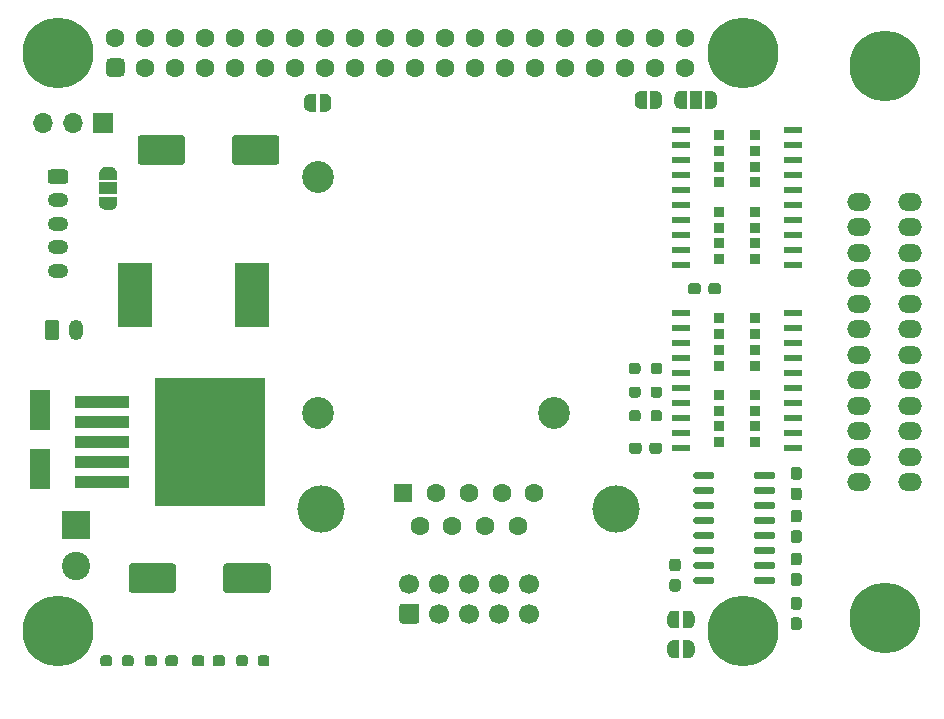
<source format=gbr>
%TF.GenerationSoftware,KiCad,Pcbnew,(5.1.12)-1*%
%TF.CreationDate,2022-01-13T20:33:52+01:00*%
%TF.ProjectId,GrasPiB_v1,47726173-5069-4425-9f76-312e6b696361,3*%
%TF.SameCoordinates,PX6779420PY3305860*%
%TF.FileFunction,Soldermask,Top*%
%TF.FilePolarity,Negative*%
%FSLAX46Y46*%
G04 Gerber Fmt 4.6, Leading zero omitted, Abs format (unit mm)*
G04 Created by KiCad (PCBNEW (5.1.12)-1) date 2022-01-13 20:33:52*
%MOMM*%
%LPD*%
G01*
G04 APERTURE LIST*
%ADD10O,1.750000X1.200000*%
%ADD11C,1.600000*%
%ADD12C,6.000000*%
%ADD13O,1.700000X1.700000*%
%ADD14R,1.700000X1.700000*%
%ADD15C,1.700000*%
%ADD16R,1.500000X0.600000*%
%ADD17C,2.400000*%
%ADD18R,2.400000X2.400000*%
%ADD19R,2.900000X5.400000*%
%ADD20R,1.800000X3.500000*%
%ADD21R,9.400000X10.800000*%
%ADD22R,4.600000X1.100000*%
%ADD23R,1.500000X1.000000*%
%ADD24C,0.100000*%
%ADD25O,1.200000X1.750000*%
%ADD26C,2.700000*%
%ADD27O,2.000000X1.500000*%
%ADD28R,1.600000X1.600000*%
%ADD29C,4.000000*%
%ADD30R,1.000000X1.500000*%
%ADD31R,0.900000X0.900000*%
G04 APERTURE END LIST*
D10*
%TO.C,J4*%
X3500000Y-22000000D03*
X3500000Y-20000000D03*
X3500000Y-18000000D03*
X3500000Y-16000000D03*
G36*
G01*
X2874999Y-13400000D02*
X4125001Y-13400000D01*
G75*
G02*
X4375000Y-13649999I0J-249999D01*
G01*
X4375000Y-14350001D01*
G75*
G02*
X4125001Y-14600000I-249999J0D01*
G01*
X2874999Y-14600000D01*
G75*
G02*
X2625000Y-14350001I0J249999D01*
G01*
X2625000Y-13649999D01*
G75*
G02*
X2874999Y-13400000I249999J0D01*
G01*
G37*
%TD*%
%TO.C,U1*%
G36*
G01*
X7570000Y-5170000D02*
X7570000Y-4370000D01*
G75*
G02*
X7970000Y-3970000I400000J0D01*
G01*
X8770000Y-3970000D01*
G75*
G02*
X9170000Y-4370000I0J-400000D01*
G01*
X9170000Y-5170000D01*
G75*
G02*
X8770000Y-5570000I-400000J0D01*
G01*
X7970000Y-5570000D01*
G75*
G02*
X7570000Y-5170000I0J400000D01*
G01*
G37*
D11*
X8370000Y-2230000D03*
X10910000Y-4770000D03*
X10910000Y-2230000D03*
X13450000Y-4770000D03*
X13450000Y-2230000D03*
X15990000Y-4770000D03*
X15990000Y-2230000D03*
X18530000Y-4770000D03*
X18530000Y-2230000D03*
X21070000Y-4770000D03*
X21070000Y-2230000D03*
X23610000Y-4770000D03*
X23610000Y-2230000D03*
X26150000Y-4770000D03*
X26150000Y-2230000D03*
X28690000Y-4770000D03*
X28690000Y-2230000D03*
X31230000Y-4770000D03*
X31230000Y-2230000D03*
X33770000Y-4770000D03*
X33770000Y-2230000D03*
X36310000Y-4770000D03*
X36310000Y-2230000D03*
X38850000Y-4770000D03*
X38850000Y-2230000D03*
X41390000Y-4770000D03*
X41390000Y-2230000D03*
X43930000Y-4770000D03*
X43930000Y-2230000D03*
X46470000Y-4770000D03*
X46470000Y-2230000D03*
X49010000Y-4770000D03*
X49010000Y-2230000D03*
X51550000Y-4770000D03*
X51550000Y-2230000D03*
X54090000Y-4770000D03*
X54090000Y-2230000D03*
X56630000Y-4770000D03*
X56630000Y-2230000D03*
D12*
X3500000Y-3500000D03*
X61500000Y-3500000D03*
X3500000Y-52500000D03*
X61500000Y-52500000D03*
%TD*%
%TO.C,R5*%
G36*
G01*
X53675000Y-32487500D02*
X53675000Y-32012500D01*
G75*
G02*
X53912500Y-31775000I237500J0D01*
G01*
X54412500Y-31775000D01*
G75*
G02*
X54650000Y-32012500I0J-237500D01*
G01*
X54650000Y-32487500D01*
G75*
G02*
X54412500Y-32725000I-237500J0D01*
G01*
X53912500Y-32725000D01*
G75*
G02*
X53675000Y-32487500I0J237500D01*
G01*
G37*
G36*
G01*
X51850000Y-32487500D02*
X51850000Y-32012500D01*
G75*
G02*
X52087500Y-31775000I237500J0D01*
G01*
X52587500Y-31775000D01*
G75*
G02*
X52825000Y-32012500I0J-237500D01*
G01*
X52825000Y-32487500D01*
G75*
G02*
X52587500Y-32725000I-237500J0D01*
G01*
X52087500Y-32725000D01*
G75*
G02*
X51850000Y-32487500I0J237500D01*
G01*
G37*
%TD*%
%TO.C,R4*%
G36*
G01*
X53675000Y-34487500D02*
X53675000Y-34012500D01*
G75*
G02*
X53912500Y-33775000I237500J0D01*
G01*
X54412500Y-33775000D01*
G75*
G02*
X54650000Y-34012500I0J-237500D01*
G01*
X54650000Y-34487500D01*
G75*
G02*
X54412500Y-34725000I-237500J0D01*
G01*
X53912500Y-34725000D01*
G75*
G02*
X53675000Y-34487500I0J237500D01*
G01*
G37*
G36*
G01*
X51850000Y-34487500D02*
X51850000Y-34012500D01*
G75*
G02*
X52087500Y-33775000I237500J0D01*
G01*
X52587500Y-33775000D01*
G75*
G02*
X52825000Y-34012500I0J-237500D01*
G01*
X52825000Y-34487500D01*
G75*
G02*
X52587500Y-34725000I-237500J0D01*
G01*
X52087500Y-34725000D01*
G75*
G02*
X51850000Y-34487500I0J237500D01*
G01*
G37*
%TD*%
%TO.C,R3*%
G36*
G01*
X53675000Y-30487500D02*
X53675000Y-30012500D01*
G75*
G02*
X53912500Y-29775000I237500J0D01*
G01*
X54412500Y-29775000D01*
G75*
G02*
X54650000Y-30012500I0J-237500D01*
G01*
X54650000Y-30487500D01*
G75*
G02*
X54412500Y-30725000I-237500J0D01*
G01*
X53912500Y-30725000D01*
G75*
G02*
X53675000Y-30487500I0J237500D01*
G01*
G37*
G36*
G01*
X51850000Y-30487500D02*
X51850000Y-30012500D01*
G75*
G02*
X52087500Y-29775000I237500J0D01*
G01*
X52587500Y-29775000D01*
G75*
G02*
X52825000Y-30012500I0J-237500D01*
G01*
X52825000Y-30487500D01*
G75*
G02*
X52587500Y-30725000I-237500J0D01*
G01*
X52087500Y-30725000D01*
G75*
G02*
X51850000Y-30487500I0J237500D01*
G01*
G37*
%TD*%
%TO.C,U2*%
G36*
G01*
X64200000Y-48045000D02*
X64200000Y-48345000D01*
G75*
G02*
X64050000Y-48495000I-150000J0D01*
G01*
X62600000Y-48495000D01*
G75*
G02*
X62450000Y-48345000I0J150000D01*
G01*
X62450000Y-48045000D01*
G75*
G02*
X62600000Y-47895000I150000J0D01*
G01*
X64050000Y-47895000D01*
G75*
G02*
X64200000Y-48045000I0J-150000D01*
G01*
G37*
G36*
G01*
X64200000Y-46775000D02*
X64200000Y-47075000D01*
G75*
G02*
X64050000Y-47225000I-150000J0D01*
G01*
X62600000Y-47225000D01*
G75*
G02*
X62450000Y-47075000I0J150000D01*
G01*
X62450000Y-46775000D01*
G75*
G02*
X62600000Y-46625000I150000J0D01*
G01*
X64050000Y-46625000D01*
G75*
G02*
X64200000Y-46775000I0J-150000D01*
G01*
G37*
G36*
G01*
X64200000Y-45505000D02*
X64200000Y-45805000D01*
G75*
G02*
X64050000Y-45955000I-150000J0D01*
G01*
X62600000Y-45955000D01*
G75*
G02*
X62450000Y-45805000I0J150000D01*
G01*
X62450000Y-45505000D01*
G75*
G02*
X62600000Y-45355000I150000J0D01*
G01*
X64050000Y-45355000D01*
G75*
G02*
X64200000Y-45505000I0J-150000D01*
G01*
G37*
G36*
G01*
X64200000Y-44235000D02*
X64200000Y-44535000D01*
G75*
G02*
X64050000Y-44685000I-150000J0D01*
G01*
X62600000Y-44685000D01*
G75*
G02*
X62450000Y-44535000I0J150000D01*
G01*
X62450000Y-44235000D01*
G75*
G02*
X62600000Y-44085000I150000J0D01*
G01*
X64050000Y-44085000D01*
G75*
G02*
X64200000Y-44235000I0J-150000D01*
G01*
G37*
G36*
G01*
X64200000Y-42965000D02*
X64200000Y-43265000D01*
G75*
G02*
X64050000Y-43415000I-150000J0D01*
G01*
X62600000Y-43415000D01*
G75*
G02*
X62450000Y-43265000I0J150000D01*
G01*
X62450000Y-42965000D01*
G75*
G02*
X62600000Y-42815000I150000J0D01*
G01*
X64050000Y-42815000D01*
G75*
G02*
X64200000Y-42965000I0J-150000D01*
G01*
G37*
G36*
G01*
X64200000Y-41695000D02*
X64200000Y-41995000D01*
G75*
G02*
X64050000Y-42145000I-150000J0D01*
G01*
X62600000Y-42145000D01*
G75*
G02*
X62450000Y-41995000I0J150000D01*
G01*
X62450000Y-41695000D01*
G75*
G02*
X62600000Y-41545000I150000J0D01*
G01*
X64050000Y-41545000D01*
G75*
G02*
X64200000Y-41695000I0J-150000D01*
G01*
G37*
G36*
G01*
X64200000Y-40425000D02*
X64200000Y-40725000D01*
G75*
G02*
X64050000Y-40875000I-150000J0D01*
G01*
X62600000Y-40875000D01*
G75*
G02*
X62450000Y-40725000I0J150000D01*
G01*
X62450000Y-40425000D01*
G75*
G02*
X62600000Y-40275000I150000J0D01*
G01*
X64050000Y-40275000D01*
G75*
G02*
X64200000Y-40425000I0J-150000D01*
G01*
G37*
G36*
G01*
X64200000Y-39155000D02*
X64200000Y-39455000D01*
G75*
G02*
X64050000Y-39605000I-150000J0D01*
G01*
X62600000Y-39605000D01*
G75*
G02*
X62450000Y-39455000I0J150000D01*
G01*
X62450000Y-39155000D01*
G75*
G02*
X62600000Y-39005000I150000J0D01*
G01*
X64050000Y-39005000D01*
G75*
G02*
X64200000Y-39155000I0J-150000D01*
G01*
G37*
G36*
G01*
X59050000Y-39155000D02*
X59050000Y-39455000D01*
G75*
G02*
X58900000Y-39605000I-150000J0D01*
G01*
X57450000Y-39605000D01*
G75*
G02*
X57300000Y-39455000I0J150000D01*
G01*
X57300000Y-39155000D01*
G75*
G02*
X57450000Y-39005000I150000J0D01*
G01*
X58900000Y-39005000D01*
G75*
G02*
X59050000Y-39155000I0J-150000D01*
G01*
G37*
G36*
G01*
X59050000Y-40425000D02*
X59050000Y-40725000D01*
G75*
G02*
X58900000Y-40875000I-150000J0D01*
G01*
X57450000Y-40875000D01*
G75*
G02*
X57300000Y-40725000I0J150000D01*
G01*
X57300000Y-40425000D01*
G75*
G02*
X57450000Y-40275000I150000J0D01*
G01*
X58900000Y-40275000D01*
G75*
G02*
X59050000Y-40425000I0J-150000D01*
G01*
G37*
G36*
G01*
X59050000Y-41695000D02*
X59050000Y-41995000D01*
G75*
G02*
X58900000Y-42145000I-150000J0D01*
G01*
X57450000Y-42145000D01*
G75*
G02*
X57300000Y-41995000I0J150000D01*
G01*
X57300000Y-41695000D01*
G75*
G02*
X57450000Y-41545000I150000J0D01*
G01*
X58900000Y-41545000D01*
G75*
G02*
X59050000Y-41695000I0J-150000D01*
G01*
G37*
G36*
G01*
X59050000Y-42965000D02*
X59050000Y-43265000D01*
G75*
G02*
X58900000Y-43415000I-150000J0D01*
G01*
X57450000Y-43415000D01*
G75*
G02*
X57300000Y-43265000I0J150000D01*
G01*
X57300000Y-42965000D01*
G75*
G02*
X57450000Y-42815000I150000J0D01*
G01*
X58900000Y-42815000D01*
G75*
G02*
X59050000Y-42965000I0J-150000D01*
G01*
G37*
G36*
G01*
X59050000Y-44235000D02*
X59050000Y-44535000D01*
G75*
G02*
X58900000Y-44685000I-150000J0D01*
G01*
X57450000Y-44685000D01*
G75*
G02*
X57300000Y-44535000I0J150000D01*
G01*
X57300000Y-44235000D01*
G75*
G02*
X57450000Y-44085000I150000J0D01*
G01*
X58900000Y-44085000D01*
G75*
G02*
X59050000Y-44235000I0J-150000D01*
G01*
G37*
G36*
G01*
X59050000Y-45505000D02*
X59050000Y-45805000D01*
G75*
G02*
X58900000Y-45955000I-150000J0D01*
G01*
X57450000Y-45955000D01*
G75*
G02*
X57300000Y-45805000I0J150000D01*
G01*
X57300000Y-45505000D01*
G75*
G02*
X57450000Y-45355000I150000J0D01*
G01*
X58900000Y-45355000D01*
G75*
G02*
X59050000Y-45505000I0J-150000D01*
G01*
G37*
G36*
G01*
X59050000Y-46775000D02*
X59050000Y-47075000D01*
G75*
G02*
X58900000Y-47225000I-150000J0D01*
G01*
X57450000Y-47225000D01*
G75*
G02*
X57300000Y-47075000I0J150000D01*
G01*
X57300000Y-46775000D01*
G75*
G02*
X57450000Y-46625000I150000J0D01*
G01*
X58900000Y-46625000D01*
G75*
G02*
X59050000Y-46775000I0J-150000D01*
G01*
G37*
G36*
G01*
X59050000Y-48045000D02*
X59050000Y-48345000D01*
G75*
G02*
X58900000Y-48495000I-150000J0D01*
G01*
X57450000Y-48495000D01*
G75*
G02*
X57300000Y-48345000I0J150000D01*
G01*
X57300000Y-48045000D01*
G75*
G02*
X57450000Y-47895000I150000J0D01*
G01*
X58900000Y-47895000D01*
G75*
G02*
X59050000Y-48045000I0J-150000D01*
G01*
G37*
%TD*%
D13*
%TO.C,JP7*%
X2210000Y-9500000D03*
X4750000Y-9500000D03*
D14*
X7290000Y-9500000D03*
%TD*%
D15*
%TO.C,J6*%
X43410000Y-48460000D03*
X40870000Y-48460000D03*
X38330000Y-48460000D03*
X35790000Y-48460000D03*
X33250000Y-48460000D03*
X43410000Y-51000000D03*
X40870000Y-51000000D03*
X38330000Y-51000000D03*
X35790000Y-51000000D03*
G36*
G01*
X33850000Y-51850000D02*
X32650000Y-51850000D01*
G75*
G02*
X32400000Y-51600000I0J250000D01*
G01*
X32400000Y-50400000D01*
G75*
G02*
X32650000Y-50150000I250000J0D01*
G01*
X33850000Y-50150000D01*
G75*
G02*
X34100000Y-50400000I0J-250000D01*
G01*
X34100000Y-51600000D01*
G75*
G02*
X33850000Y-51850000I-250000J0D01*
G01*
G37*
%TD*%
D16*
%TO.C,U4*%
X65750000Y-30615000D03*
X65750000Y-31885000D03*
X65750000Y-33155000D03*
X65750000Y-34425000D03*
X65750000Y-35695000D03*
X65750000Y-36965000D03*
X65750000Y-29345000D03*
X65750000Y-28075000D03*
X65750000Y-26805000D03*
X65750000Y-25535000D03*
X56250000Y-25535000D03*
X56250000Y-26805000D03*
X56250000Y-28075000D03*
X56250000Y-29345000D03*
X56250000Y-30615000D03*
X56250000Y-31885000D03*
X56250000Y-33155000D03*
X56250000Y-34425000D03*
X56250000Y-35695000D03*
X56250000Y-36965000D03*
%TD*%
D17*
%TO.C,J5*%
X5000000Y-47000000D03*
D18*
X5000000Y-43500000D03*
%TD*%
D19*
%TO.C,L1*%
X19950000Y-24000000D03*
X10050000Y-24000000D03*
%TD*%
D20*
%TO.C,D3*%
X2000000Y-38750000D03*
X2000000Y-33750000D03*
%TD*%
D21*
%TO.C,U5*%
X16375000Y-36500000D03*
D22*
X7225000Y-39900000D03*
X7225000Y-38200000D03*
X7225000Y-36500000D03*
X7225000Y-34800000D03*
X7225000Y-33100000D03*
%TD*%
D23*
%TO.C,JP6*%
X7750000Y-15000000D03*
D24*
G36*
X7000602Y-13700000D02*
G01*
X7000602Y-13675466D01*
X7005412Y-13626635D01*
X7014984Y-13578510D01*
X7029228Y-13531555D01*
X7048005Y-13486222D01*
X7071136Y-13442949D01*
X7098396Y-13402150D01*
X7129524Y-13364221D01*
X7164221Y-13329524D01*
X7202150Y-13298396D01*
X7242949Y-13271136D01*
X7286222Y-13248005D01*
X7331555Y-13229228D01*
X7378510Y-13214984D01*
X7426635Y-13205412D01*
X7475466Y-13200602D01*
X7500000Y-13200602D01*
X7500000Y-13200000D01*
X8000000Y-13200000D01*
X8000000Y-13200602D01*
X8024534Y-13200602D01*
X8073365Y-13205412D01*
X8121490Y-13214984D01*
X8168445Y-13229228D01*
X8213778Y-13248005D01*
X8257051Y-13271136D01*
X8297850Y-13298396D01*
X8335779Y-13329524D01*
X8370476Y-13364221D01*
X8401604Y-13402150D01*
X8428864Y-13442949D01*
X8451995Y-13486222D01*
X8470772Y-13531555D01*
X8485016Y-13578510D01*
X8494588Y-13626635D01*
X8499398Y-13675466D01*
X8499398Y-13700000D01*
X8500000Y-13700000D01*
X8500000Y-14250000D01*
X7000000Y-14250000D01*
X7000000Y-13700000D01*
X7000602Y-13700000D01*
G37*
G36*
X8500000Y-15750000D02*
G01*
X8500000Y-16300000D01*
X8499398Y-16300000D01*
X8499398Y-16324534D01*
X8494588Y-16373365D01*
X8485016Y-16421490D01*
X8470772Y-16468445D01*
X8451995Y-16513778D01*
X8428864Y-16557051D01*
X8401604Y-16597850D01*
X8370476Y-16635779D01*
X8335779Y-16670476D01*
X8297850Y-16701604D01*
X8257051Y-16728864D01*
X8213778Y-16751995D01*
X8168445Y-16770772D01*
X8121490Y-16785016D01*
X8073365Y-16794588D01*
X8024534Y-16799398D01*
X8000000Y-16799398D01*
X8000000Y-16800000D01*
X7500000Y-16800000D01*
X7500000Y-16799398D01*
X7475466Y-16799398D01*
X7426635Y-16794588D01*
X7378510Y-16785016D01*
X7331555Y-16770772D01*
X7286222Y-16751995D01*
X7242949Y-16728864D01*
X7202150Y-16701604D01*
X7164221Y-16670476D01*
X7129524Y-16635779D01*
X7098396Y-16597850D01*
X7071136Y-16557051D01*
X7048005Y-16513778D01*
X7029228Y-16468445D01*
X7014984Y-16421490D01*
X7005412Y-16373365D01*
X7000602Y-16324534D01*
X7000602Y-16300000D01*
X7000000Y-16300000D01*
X7000000Y-15750000D01*
X8500000Y-15750000D01*
G37*
%TD*%
D25*
%TO.C,J3*%
X5000000Y-27000000D03*
G36*
G01*
X2400000Y-27625001D02*
X2400000Y-26374999D01*
G75*
G02*
X2649999Y-26125000I249999J0D01*
G01*
X3350001Y-26125000D01*
G75*
G02*
X3600000Y-26374999I0J-249999D01*
G01*
X3600000Y-27625001D01*
G75*
G02*
X3350001Y-27875000I-249999J0D01*
G01*
X2649999Y-27875000D01*
G75*
G02*
X2400000Y-27625001I0J249999D01*
G01*
G37*
%TD*%
D26*
%TO.C,H3*%
X25500000Y-34000000D03*
%TD*%
%TO.C,H2*%
X25500000Y-14000000D03*
%TD*%
%TO.C,H1*%
X45500000Y-34000000D03*
%TD*%
%TO.C,C9*%
G36*
G01*
X18250000Y-12750000D02*
X18250000Y-10750000D01*
G75*
G02*
X18500000Y-10500000I250000J0D01*
G01*
X22000000Y-10500000D01*
G75*
G02*
X22250000Y-10750000I0J-250000D01*
G01*
X22250000Y-12750000D01*
G75*
G02*
X22000000Y-13000000I-250000J0D01*
G01*
X18500000Y-13000000D01*
G75*
G02*
X18250000Y-12750000I0J250000D01*
G01*
G37*
G36*
G01*
X10250000Y-12750000D02*
X10250000Y-10750000D01*
G75*
G02*
X10500000Y-10500000I250000J0D01*
G01*
X14000000Y-10500000D01*
G75*
G02*
X14250000Y-10750000I0J-250000D01*
G01*
X14250000Y-12750000D01*
G75*
G02*
X14000000Y-13000000I-250000J0D01*
G01*
X10500000Y-13000000D01*
G75*
G02*
X10250000Y-12750000I0J250000D01*
G01*
G37*
%TD*%
%TO.C,C8*%
G36*
G01*
X17500000Y-49000000D02*
X17500000Y-47000000D01*
G75*
G02*
X17750000Y-46750000I250000J0D01*
G01*
X21250000Y-46750000D01*
G75*
G02*
X21500000Y-47000000I0J-250000D01*
G01*
X21500000Y-49000000D01*
G75*
G02*
X21250000Y-49250000I-250000J0D01*
G01*
X17750000Y-49250000D01*
G75*
G02*
X17500000Y-49000000I0J250000D01*
G01*
G37*
G36*
G01*
X9500000Y-49000000D02*
X9500000Y-47000000D01*
G75*
G02*
X9750000Y-46750000I250000J0D01*
G01*
X13250000Y-46750000D01*
G75*
G02*
X13500000Y-47000000I0J-250000D01*
G01*
X13500000Y-49000000D01*
G75*
G02*
X13250000Y-49250000I-250000J0D01*
G01*
X9750000Y-49250000D01*
G75*
G02*
X9500000Y-49000000I0J250000D01*
G01*
G37*
%TD*%
D27*
%TO.C,J2*%
X71355000Y-16120000D03*
X71355000Y-18280000D03*
X71355000Y-20440000D03*
X71355000Y-22600000D03*
X71355000Y-24760000D03*
X71355000Y-26920000D03*
X71355000Y-29080000D03*
X71355000Y-31240000D03*
X71355000Y-33400000D03*
X71355000Y-35560000D03*
X71355000Y-37720000D03*
X71355000Y-39880000D03*
X75645000Y-16120000D03*
X75645000Y-18280000D03*
X75645000Y-20440000D03*
X75645000Y-22600000D03*
X75645000Y-24760000D03*
X75645000Y-26920000D03*
X75645000Y-29080000D03*
X75645000Y-31240000D03*
X75645000Y-33400000D03*
X75645000Y-35560000D03*
X75645000Y-37720000D03*
X75645000Y-39880000D03*
D12*
X73500000Y-51400000D03*
X73500000Y-4600000D03*
%TD*%
%TO.C,C1*%
G36*
G01*
X65762500Y-45850000D02*
X66237500Y-45850000D01*
G75*
G02*
X66475000Y-46087500I0J-237500D01*
G01*
X66475000Y-46687500D01*
G75*
G02*
X66237500Y-46925000I-237500J0D01*
G01*
X65762500Y-46925000D01*
G75*
G02*
X65525000Y-46687500I0J237500D01*
G01*
X65525000Y-46087500D01*
G75*
G02*
X65762500Y-45850000I237500J0D01*
G01*
G37*
G36*
G01*
X65762500Y-47575000D02*
X66237500Y-47575000D01*
G75*
G02*
X66475000Y-47812500I0J-237500D01*
G01*
X66475000Y-48412500D01*
G75*
G02*
X66237500Y-48650000I-237500J0D01*
G01*
X65762500Y-48650000D01*
G75*
G02*
X65525000Y-48412500I0J237500D01*
G01*
X65525000Y-47812500D01*
G75*
G02*
X65762500Y-47575000I237500J0D01*
G01*
G37*
%TD*%
%TO.C,C2*%
G36*
G01*
X55512500Y-48075000D02*
X55987500Y-48075000D01*
G75*
G02*
X56225000Y-48312500I0J-237500D01*
G01*
X56225000Y-48912500D01*
G75*
G02*
X55987500Y-49150000I-237500J0D01*
G01*
X55512500Y-49150000D01*
G75*
G02*
X55275000Y-48912500I0J237500D01*
G01*
X55275000Y-48312500D01*
G75*
G02*
X55512500Y-48075000I237500J0D01*
G01*
G37*
G36*
G01*
X55512500Y-46350000D02*
X55987500Y-46350000D01*
G75*
G02*
X56225000Y-46587500I0J-237500D01*
G01*
X56225000Y-47187500D01*
G75*
G02*
X55987500Y-47425000I-237500J0D01*
G01*
X55512500Y-47425000D01*
G75*
G02*
X55275000Y-47187500I0J237500D01*
G01*
X55275000Y-46587500D01*
G75*
G02*
X55512500Y-46350000I237500J0D01*
G01*
G37*
%TD*%
%TO.C,C3*%
G36*
G01*
X66237500Y-45012500D02*
X65762500Y-45012500D01*
G75*
G02*
X65525000Y-44775000I0J237500D01*
G01*
X65525000Y-44175000D01*
G75*
G02*
X65762500Y-43937500I237500J0D01*
G01*
X66237500Y-43937500D01*
G75*
G02*
X66475000Y-44175000I0J-237500D01*
G01*
X66475000Y-44775000D01*
G75*
G02*
X66237500Y-45012500I-237500J0D01*
G01*
G37*
G36*
G01*
X66237500Y-43287500D02*
X65762500Y-43287500D01*
G75*
G02*
X65525000Y-43050000I0J237500D01*
G01*
X65525000Y-42450000D01*
G75*
G02*
X65762500Y-42212500I237500J0D01*
G01*
X66237500Y-42212500D01*
G75*
G02*
X66475000Y-42450000I0J-237500D01*
G01*
X66475000Y-43050000D01*
G75*
G02*
X66237500Y-43287500I-237500J0D01*
G01*
G37*
%TD*%
%TO.C,C4*%
G36*
G01*
X65762500Y-40325000D02*
X66237500Y-40325000D01*
G75*
G02*
X66475000Y-40562500I0J-237500D01*
G01*
X66475000Y-41162500D01*
G75*
G02*
X66237500Y-41400000I-237500J0D01*
G01*
X65762500Y-41400000D01*
G75*
G02*
X65525000Y-41162500I0J237500D01*
G01*
X65525000Y-40562500D01*
G75*
G02*
X65762500Y-40325000I237500J0D01*
G01*
G37*
G36*
G01*
X65762500Y-38600000D02*
X66237500Y-38600000D01*
G75*
G02*
X66475000Y-38837500I0J-237500D01*
G01*
X66475000Y-39437500D01*
G75*
G02*
X66237500Y-39675000I-237500J0D01*
G01*
X65762500Y-39675000D01*
G75*
G02*
X65525000Y-39437500I0J237500D01*
G01*
X65525000Y-38837500D01*
G75*
G02*
X65762500Y-38600000I237500J0D01*
G01*
G37*
%TD*%
%TO.C,C5*%
G36*
G01*
X66237500Y-52400000D02*
X65762500Y-52400000D01*
G75*
G02*
X65525000Y-52162500I0J237500D01*
G01*
X65525000Y-51562500D01*
G75*
G02*
X65762500Y-51325000I237500J0D01*
G01*
X66237500Y-51325000D01*
G75*
G02*
X66475000Y-51562500I0J-237500D01*
G01*
X66475000Y-52162500D01*
G75*
G02*
X66237500Y-52400000I-237500J0D01*
G01*
G37*
G36*
G01*
X66237500Y-50675000D02*
X65762500Y-50675000D01*
G75*
G02*
X65525000Y-50437500I0J237500D01*
G01*
X65525000Y-49837500D01*
G75*
G02*
X65762500Y-49600000I237500J0D01*
G01*
X66237500Y-49600000D01*
G75*
G02*
X66475000Y-49837500I0J-237500D01*
G01*
X66475000Y-50437500D01*
G75*
G02*
X66237500Y-50675000I-237500J0D01*
G01*
G37*
%TD*%
%TO.C,C6*%
G36*
G01*
X57925000Y-23262500D02*
X57925000Y-23737500D01*
G75*
G02*
X57687500Y-23975000I-237500J0D01*
G01*
X57087500Y-23975000D01*
G75*
G02*
X56850000Y-23737500I0J237500D01*
G01*
X56850000Y-23262500D01*
G75*
G02*
X57087500Y-23025000I237500J0D01*
G01*
X57687500Y-23025000D01*
G75*
G02*
X57925000Y-23262500I0J-237500D01*
G01*
G37*
G36*
G01*
X59650000Y-23262500D02*
X59650000Y-23737500D01*
G75*
G02*
X59412500Y-23975000I-237500J0D01*
G01*
X58812500Y-23975000D01*
G75*
G02*
X58575000Y-23737500I0J237500D01*
G01*
X58575000Y-23262500D01*
G75*
G02*
X58812500Y-23025000I237500J0D01*
G01*
X59412500Y-23025000D01*
G75*
G02*
X59650000Y-23262500I0J-237500D01*
G01*
G37*
%TD*%
%TO.C,C7*%
G36*
G01*
X51850000Y-37237500D02*
X51850000Y-36762500D01*
G75*
G02*
X52087500Y-36525000I237500J0D01*
G01*
X52687500Y-36525000D01*
G75*
G02*
X52925000Y-36762500I0J-237500D01*
G01*
X52925000Y-37237500D01*
G75*
G02*
X52687500Y-37475000I-237500J0D01*
G01*
X52087500Y-37475000D01*
G75*
G02*
X51850000Y-37237500I0J237500D01*
G01*
G37*
G36*
G01*
X53575000Y-37237500D02*
X53575000Y-36762500D01*
G75*
G02*
X53812500Y-36525000I237500J0D01*
G01*
X54412500Y-36525000D01*
G75*
G02*
X54650000Y-36762500I0J-237500D01*
G01*
X54650000Y-37237500D01*
G75*
G02*
X54412500Y-37475000I-237500J0D01*
G01*
X53812500Y-37475000D01*
G75*
G02*
X53575000Y-37237500I0J237500D01*
G01*
G37*
%TD*%
%TO.C,D1*%
G36*
G01*
X14850000Y-55237500D02*
X14850000Y-54762500D01*
G75*
G02*
X15087500Y-54525000I237500J0D01*
G01*
X15662500Y-54525000D01*
G75*
G02*
X15900000Y-54762500I0J-237500D01*
G01*
X15900000Y-55237500D01*
G75*
G02*
X15662500Y-55475000I-237500J0D01*
G01*
X15087500Y-55475000D01*
G75*
G02*
X14850000Y-55237500I0J237500D01*
G01*
G37*
G36*
G01*
X16600000Y-55237500D02*
X16600000Y-54762500D01*
G75*
G02*
X16837500Y-54525000I237500J0D01*
G01*
X17412500Y-54525000D01*
G75*
G02*
X17650000Y-54762500I0J-237500D01*
G01*
X17650000Y-55237500D01*
G75*
G02*
X17412500Y-55475000I-237500J0D01*
G01*
X16837500Y-55475000D01*
G75*
G02*
X16600000Y-55237500I0J237500D01*
G01*
G37*
%TD*%
%TO.C,D2*%
G36*
G01*
X11900000Y-54762500D02*
X11900000Y-55237500D01*
G75*
G02*
X11662500Y-55475000I-237500J0D01*
G01*
X11087500Y-55475000D01*
G75*
G02*
X10850000Y-55237500I0J237500D01*
G01*
X10850000Y-54762500D01*
G75*
G02*
X11087500Y-54525000I237500J0D01*
G01*
X11662500Y-54525000D01*
G75*
G02*
X11900000Y-54762500I0J-237500D01*
G01*
G37*
G36*
G01*
X13650000Y-54762500D02*
X13650000Y-55237500D01*
G75*
G02*
X13412500Y-55475000I-237500J0D01*
G01*
X12837500Y-55475000D01*
G75*
G02*
X12600000Y-55237500I0J237500D01*
G01*
X12600000Y-54762500D01*
G75*
G02*
X12837500Y-54525000I237500J0D01*
G01*
X13412500Y-54525000D01*
G75*
G02*
X13650000Y-54762500I0J-237500D01*
G01*
G37*
%TD*%
D28*
%TO.C,J1*%
X32750000Y-40750000D03*
D11*
X35520000Y-40750000D03*
X38290000Y-40750000D03*
X41060000Y-40750000D03*
X43830000Y-40750000D03*
X34135000Y-43590000D03*
X36905000Y-43590000D03*
X39675000Y-43590000D03*
X42445000Y-43590000D03*
D29*
X25790000Y-42170000D03*
X50790000Y-42170000D03*
%TD*%
D24*
%TO.C,JP1*%
G36*
X25650000Y-7000000D02*
G01*
X26150000Y-7000000D01*
X26150000Y-7000602D01*
X26174534Y-7000602D01*
X26223365Y-7005412D01*
X26271490Y-7014984D01*
X26318445Y-7029228D01*
X26363778Y-7048005D01*
X26407051Y-7071136D01*
X26447850Y-7098396D01*
X26485779Y-7129524D01*
X26520476Y-7164221D01*
X26551604Y-7202150D01*
X26578864Y-7242949D01*
X26601995Y-7286222D01*
X26620772Y-7331555D01*
X26635016Y-7378510D01*
X26644588Y-7426635D01*
X26649398Y-7475466D01*
X26649398Y-7500000D01*
X26650000Y-7500000D01*
X26650000Y-8000000D01*
X26649398Y-8000000D01*
X26649398Y-8024534D01*
X26644588Y-8073365D01*
X26635016Y-8121490D01*
X26620772Y-8168445D01*
X26601995Y-8213778D01*
X26578864Y-8257051D01*
X26551604Y-8297850D01*
X26520476Y-8335779D01*
X26485779Y-8370476D01*
X26447850Y-8401604D01*
X26407051Y-8428864D01*
X26363778Y-8451995D01*
X26318445Y-8470772D01*
X26271490Y-8485016D01*
X26223365Y-8494588D01*
X26174534Y-8499398D01*
X26150000Y-8499398D01*
X26150000Y-8500000D01*
X25650000Y-8500000D01*
X25650000Y-7000000D01*
G37*
G36*
X24850000Y-8499398D02*
G01*
X24825466Y-8499398D01*
X24776635Y-8494588D01*
X24728510Y-8485016D01*
X24681555Y-8470772D01*
X24636222Y-8451995D01*
X24592949Y-8428864D01*
X24552150Y-8401604D01*
X24514221Y-8370476D01*
X24479524Y-8335779D01*
X24448396Y-8297850D01*
X24421136Y-8257051D01*
X24398005Y-8213778D01*
X24379228Y-8168445D01*
X24364984Y-8121490D01*
X24355412Y-8073365D01*
X24350602Y-8024534D01*
X24350602Y-8000000D01*
X24350000Y-8000000D01*
X24350000Y-7500000D01*
X24350602Y-7500000D01*
X24350602Y-7475466D01*
X24355412Y-7426635D01*
X24364984Y-7378510D01*
X24379228Y-7331555D01*
X24398005Y-7286222D01*
X24421136Y-7242949D01*
X24448396Y-7202150D01*
X24479524Y-7164221D01*
X24514221Y-7129524D01*
X24552150Y-7098396D01*
X24592949Y-7071136D01*
X24636222Y-7048005D01*
X24681555Y-7029228D01*
X24728510Y-7014984D01*
X24776635Y-7005412D01*
X24825466Y-7000602D01*
X24850000Y-7000602D01*
X24850000Y-7000000D01*
X25350000Y-7000000D01*
X25350000Y-8500000D01*
X24850000Y-8500000D01*
X24850000Y-8499398D01*
G37*
%TD*%
%TO.C,JP2*%
G36*
X52850000Y-8249398D02*
G01*
X52825466Y-8249398D01*
X52776635Y-8244588D01*
X52728510Y-8235016D01*
X52681555Y-8220772D01*
X52636222Y-8201995D01*
X52592949Y-8178864D01*
X52552150Y-8151604D01*
X52514221Y-8120476D01*
X52479524Y-8085779D01*
X52448396Y-8047850D01*
X52421136Y-8007051D01*
X52398005Y-7963778D01*
X52379228Y-7918445D01*
X52364984Y-7871490D01*
X52355412Y-7823365D01*
X52350602Y-7774534D01*
X52350602Y-7750000D01*
X52350000Y-7750000D01*
X52350000Y-7250000D01*
X52350602Y-7250000D01*
X52350602Y-7225466D01*
X52355412Y-7176635D01*
X52364984Y-7128510D01*
X52379228Y-7081555D01*
X52398005Y-7036222D01*
X52421136Y-6992949D01*
X52448396Y-6952150D01*
X52479524Y-6914221D01*
X52514221Y-6879524D01*
X52552150Y-6848396D01*
X52592949Y-6821136D01*
X52636222Y-6798005D01*
X52681555Y-6779228D01*
X52728510Y-6764984D01*
X52776635Y-6755412D01*
X52825466Y-6750602D01*
X52850000Y-6750602D01*
X52850000Y-6750000D01*
X53350000Y-6750000D01*
X53350000Y-8250000D01*
X52850000Y-8250000D01*
X52850000Y-8249398D01*
G37*
G36*
X53650000Y-6750000D02*
G01*
X54150000Y-6750000D01*
X54150000Y-6750602D01*
X54174534Y-6750602D01*
X54223365Y-6755412D01*
X54271490Y-6764984D01*
X54318445Y-6779228D01*
X54363778Y-6798005D01*
X54407051Y-6821136D01*
X54447850Y-6848396D01*
X54485779Y-6879524D01*
X54520476Y-6914221D01*
X54551604Y-6952150D01*
X54578864Y-6992949D01*
X54601995Y-7036222D01*
X54620772Y-7081555D01*
X54635016Y-7128510D01*
X54644588Y-7176635D01*
X54649398Y-7225466D01*
X54649398Y-7250000D01*
X54650000Y-7250000D01*
X54650000Y-7750000D01*
X54649398Y-7750000D01*
X54649398Y-7774534D01*
X54644588Y-7823365D01*
X54635016Y-7871490D01*
X54620772Y-7918445D01*
X54601995Y-7963778D01*
X54578864Y-8007051D01*
X54551604Y-8047850D01*
X54520476Y-8085779D01*
X54485779Y-8120476D01*
X54447850Y-8151604D01*
X54407051Y-8178864D01*
X54363778Y-8201995D01*
X54318445Y-8220772D01*
X54271490Y-8235016D01*
X54223365Y-8244588D01*
X54174534Y-8249398D01*
X54150000Y-8249398D01*
X54150000Y-8250000D01*
X53650000Y-8250000D01*
X53650000Y-6750000D01*
G37*
%TD*%
%TO.C,JP3*%
G36*
X58800000Y-6750602D02*
G01*
X58824534Y-6750602D01*
X58873365Y-6755412D01*
X58921490Y-6764984D01*
X58968445Y-6779228D01*
X59013778Y-6798005D01*
X59057051Y-6821136D01*
X59097850Y-6848396D01*
X59135779Y-6879524D01*
X59170476Y-6914221D01*
X59201604Y-6952150D01*
X59228864Y-6992949D01*
X59251995Y-7036222D01*
X59270772Y-7081555D01*
X59285016Y-7128510D01*
X59294588Y-7176635D01*
X59299398Y-7225466D01*
X59299398Y-7250000D01*
X59300000Y-7250000D01*
X59300000Y-7750000D01*
X59299398Y-7750000D01*
X59299398Y-7774534D01*
X59294588Y-7823365D01*
X59285016Y-7871490D01*
X59270772Y-7918445D01*
X59251995Y-7963778D01*
X59228864Y-8007051D01*
X59201604Y-8047850D01*
X59170476Y-8085779D01*
X59135779Y-8120476D01*
X59097850Y-8151604D01*
X59057051Y-8178864D01*
X59013778Y-8201995D01*
X58968445Y-8220772D01*
X58921490Y-8235016D01*
X58873365Y-8244588D01*
X58824534Y-8249398D01*
X58800000Y-8249398D01*
X58800000Y-8250000D01*
X58250000Y-8250000D01*
X58250000Y-6750000D01*
X58800000Y-6750000D01*
X58800000Y-6750602D01*
G37*
D30*
X57500000Y-7500000D03*
D24*
G36*
X56750000Y-8250000D02*
G01*
X56200000Y-8250000D01*
X56200000Y-8249398D01*
X56175466Y-8249398D01*
X56126635Y-8244588D01*
X56078510Y-8235016D01*
X56031555Y-8220772D01*
X55986222Y-8201995D01*
X55942949Y-8178864D01*
X55902150Y-8151604D01*
X55864221Y-8120476D01*
X55829524Y-8085779D01*
X55798396Y-8047850D01*
X55771136Y-8007051D01*
X55748005Y-7963778D01*
X55729228Y-7918445D01*
X55714984Y-7871490D01*
X55705412Y-7823365D01*
X55700602Y-7774534D01*
X55700602Y-7750000D01*
X55700000Y-7750000D01*
X55700000Y-7250000D01*
X55700602Y-7250000D01*
X55700602Y-7225466D01*
X55705412Y-7176635D01*
X55714984Y-7128510D01*
X55729228Y-7081555D01*
X55748005Y-7036222D01*
X55771136Y-6992949D01*
X55798396Y-6952150D01*
X55829524Y-6914221D01*
X55864221Y-6879524D01*
X55902150Y-6848396D01*
X55942949Y-6821136D01*
X55986222Y-6798005D01*
X56031555Y-6779228D01*
X56078510Y-6764984D01*
X56126635Y-6755412D01*
X56175466Y-6750602D01*
X56200000Y-6750602D01*
X56200000Y-6750000D01*
X56750000Y-6750000D01*
X56750000Y-8250000D01*
G37*
%TD*%
%TO.C,JP4*%
G36*
X55600000Y-52249398D02*
G01*
X55575466Y-52249398D01*
X55526635Y-52244588D01*
X55478510Y-52235016D01*
X55431555Y-52220772D01*
X55386222Y-52201995D01*
X55342949Y-52178864D01*
X55302150Y-52151604D01*
X55264221Y-52120476D01*
X55229524Y-52085779D01*
X55198396Y-52047850D01*
X55171136Y-52007051D01*
X55148005Y-51963778D01*
X55129228Y-51918445D01*
X55114984Y-51871490D01*
X55105412Y-51823365D01*
X55100602Y-51774534D01*
X55100602Y-51750000D01*
X55100000Y-51750000D01*
X55100000Y-51250000D01*
X55100602Y-51250000D01*
X55100602Y-51225466D01*
X55105412Y-51176635D01*
X55114984Y-51128510D01*
X55129228Y-51081555D01*
X55148005Y-51036222D01*
X55171136Y-50992949D01*
X55198396Y-50952150D01*
X55229524Y-50914221D01*
X55264221Y-50879524D01*
X55302150Y-50848396D01*
X55342949Y-50821136D01*
X55386222Y-50798005D01*
X55431555Y-50779228D01*
X55478510Y-50764984D01*
X55526635Y-50755412D01*
X55575466Y-50750602D01*
X55600000Y-50750602D01*
X55600000Y-50750000D01*
X56100000Y-50750000D01*
X56100000Y-52250000D01*
X55600000Y-52250000D01*
X55600000Y-52249398D01*
G37*
G36*
X56400000Y-50750000D02*
G01*
X56900000Y-50750000D01*
X56900000Y-50750602D01*
X56924534Y-50750602D01*
X56973365Y-50755412D01*
X57021490Y-50764984D01*
X57068445Y-50779228D01*
X57113778Y-50798005D01*
X57157051Y-50821136D01*
X57197850Y-50848396D01*
X57235779Y-50879524D01*
X57270476Y-50914221D01*
X57301604Y-50952150D01*
X57328864Y-50992949D01*
X57351995Y-51036222D01*
X57370772Y-51081555D01*
X57385016Y-51128510D01*
X57394588Y-51176635D01*
X57399398Y-51225466D01*
X57399398Y-51250000D01*
X57400000Y-51250000D01*
X57400000Y-51750000D01*
X57399398Y-51750000D01*
X57399398Y-51774534D01*
X57394588Y-51823365D01*
X57385016Y-51871490D01*
X57370772Y-51918445D01*
X57351995Y-51963778D01*
X57328864Y-52007051D01*
X57301604Y-52047850D01*
X57270476Y-52085779D01*
X57235779Y-52120476D01*
X57197850Y-52151604D01*
X57157051Y-52178864D01*
X57113778Y-52201995D01*
X57068445Y-52220772D01*
X57021490Y-52235016D01*
X56973365Y-52244588D01*
X56924534Y-52249398D01*
X56900000Y-52249398D01*
X56900000Y-52250000D01*
X56400000Y-52250000D01*
X56400000Y-50750000D01*
G37*
%TD*%
%TO.C,JP5*%
G36*
X56400000Y-53250000D02*
G01*
X56900000Y-53250000D01*
X56900000Y-53250602D01*
X56924534Y-53250602D01*
X56973365Y-53255412D01*
X57021490Y-53264984D01*
X57068445Y-53279228D01*
X57113778Y-53298005D01*
X57157051Y-53321136D01*
X57197850Y-53348396D01*
X57235779Y-53379524D01*
X57270476Y-53414221D01*
X57301604Y-53452150D01*
X57328864Y-53492949D01*
X57351995Y-53536222D01*
X57370772Y-53581555D01*
X57385016Y-53628510D01*
X57394588Y-53676635D01*
X57399398Y-53725466D01*
X57399398Y-53750000D01*
X57400000Y-53750000D01*
X57400000Y-54250000D01*
X57399398Y-54250000D01*
X57399398Y-54274534D01*
X57394588Y-54323365D01*
X57385016Y-54371490D01*
X57370772Y-54418445D01*
X57351995Y-54463778D01*
X57328864Y-54507051D01*
X57301604Y-54547850D01*
X57270476Y-54585779D01*
X57235779Y-54620476D01*
X57197850Y-54651604D01*
X57157051Y-54678864D01*
X57113778Y-54701995D01*
X57068445Y-54720772D01*
X57021490Y-54735016D01*
X56973365Y-54744588D01*
X56924534Y-54749398D01*
X56900000Y-54749398D01*
X56900000Y-54750000D01*
X56400000Y-54750000D01*
X56400000Y-53250000D01*
G37*
G36*
X55600000Y-54749398D02*
G01*
X55575466Y-54749398D01*
X55526635Y-54744588D01*
X55478510Y-54735016D01*
X55431555Y-54720772D01*
X55386222Y-54701995D01*
X55342949Y-54678864D01*
X55302150Y-54651604D01*
X55264221Y-54620476D01*
X55229524Y-54585779D01*
X55198396Y-54547850D01*
X55171136Y-54507051D01*
X55148005Y-54463778D01*
X55129228Y-54418445D01*
X55114984Y-54371490D01*
X55105412Y-54323365D01*
X55100602Y-54274534D01*
X55100602Y-54250000D01*
X55100000Y-54250000D01*
X55100000Y-53750000D01*
X55100602Y-53750000D01*
X55100602Y-53725466D01*
X55105412Y-53676635D01*
X55114984Y-53628510D01*
X55129228Y-53581555D01*
X55148005Y-53536222D01*
X55171136Y-53492949D01*
X55198396Y-53452150D01*
X55229524Y-53414221D01*
X55264221Y-53379524D01*
X55302150Y-53348396D01*
X55342949Y-53321136D01*
X55386222Y-53298005D01*
X55431555Y-53279228D01*
X55478510Y-53264984D01*
X55526635Y-53255412D01*
X55575466Y-53250602D01*
X55600000Y-53250602D01*
X55600000Y-53250000D01*
X56100000Y-53250000D01*
X56100000Y-54750000D01*
X55600000Y-54750000D01*
X55600000Y-54749398D01*
G37*
%TD*%
%TO.C,R1*%
G36*
G01*
X21400000Y-54762500D02*
X21400000Y-55237500D01*
G75*
G02*
X21162500Y-55475000I-237500J0D01*
G01*
X20662500Y-55475000D01*
G75*
G02*
X20425000Y-55237500I0J237500D01*
G01*
X20425000Y-54762500D01*
G75*
G02*
X20662500Y-54525000I237500J0D01*
G01*
X21162500Y-54525000D01*
G75*
G02*
X21400000Y-54762500I0J-237500D01*
G01*
G37*
G36*
G01*
X19575000Y-54762500D02*
X19575000Y-55237500D01*
G75*
G02*
X19337500Y-55475000I-237500J0D01*
G01*
X18837500Y-55475000D01*
G75*
G02*
X18600000Y-55237500I0J237500D01*
G01*
X18600000Y-54762500D01*
G75*
G02*
X18837500Y-54525000I237500J0D01*
G01*
X19337500Y-54525000D01*
G75*
G02*
X19575000Y-54762500I0J-237500D01*
G01*
G37*
%TD*%
%TO.C,R2*%
G36*
G01*
X8075000Y-54762500D02*
X8075000Y-55237500D01*
G75*
G02*
X7837500Y-55475000I-237500J0D01*
G01*
X7337500Y-55475000D01*
G75*
G02*
X7100000Y-55237500I0J237500D01*
G01*
X7100000Y-54762500D01*
G75*
G02*
X7337500Y-54525000I237500J0D01*
G01*
X7837500Y-54525000D01*
G75*
G02*
X8075000Y-54762500I0J-237500D01*
G01*
G37*
G36*
G01*
X9900000Y-54762500D02*
X9900000Y-55237500D01*
G75*
G02*
X9662500Y-55475000I-237500J0D01*
G01*
X9162500Y-55475000D01*
G75*
G02*
X8925000Y-55237500I0J237500D01*
G01*
X8925000Y-54762500D01*
G75*
G02*
X9162500Y-54525000I237500J0D01*
G01*
X9662500Y-54525000D01*
G75*
G02*
X9900000Y-54762500I0J-237500D01*
G01*
G37*
%TD*%
D31*
%TO.C,RN1*%
X59500000Y-18340000D03*
X59500000Y-17000000D03*
X59500000Y-21000000D03*
X59500000Y-19660000D03*
X62500000Y-18340000D03*
X62500000Y-19660000D03*
X62500000Y-17000000D03*
X62500000Y-21000000D03*
%TD*%
%TO.C,RN2*%
X62500000Y-36500000D03*
X62500000Y-32500000D03*
X62500000Y-35160000D03*
X62500000Y-33840000D03*
X59500000Y-35160000D03*
X59500000Y-36500000D03*
X59500000Y-32500000D03*
X59500000Y-33840000D03*
%TD*%
%TO.C,RN3*%
X62500000Y-14500000D03*
X62500000Y-10500000D03*
X62500000Y-13160000D03*
X62500000Y-11840000D03*
X59500000Y-13160000D03*
X59500000Y-14500000D03*
X59500000Y-10500000D03*
X59500000Y-11840000D03*
%TD*%
%TO.C,RN4*%
X59500000Y-27340000D03*
X59500000Y-26000000D03*
X59500000Y-30000000D03*
X59500000Y-28660000D03*
X62500000Y-27340000D03*
X62500000Y-28660000D03*
X62500000Y-26000000D03*
X62500000Y-30000000D03*
%TD*%
D16*
%TO.C,U3*%
X56250000Y-21465000D03*
X56250000Y-20195000D03*
X56250000Y-18925000D03*
X56250000Y-17655000D03*
X56250000Y-16385000D03*
X56250000Y-15115000D03*
X56250000Y-13845000D03*
X56250000Y-12575000D03*
X56250000Y-11305000D03*
X56250000Y-10035000D03*
X65750000Y-10035000D03*
X65750000Y-11305000D03*
X65750000Y-12575000D03*
X65750000Y-13845000D03*
X65750000Y-21465000D03*
X65750000Y-20195000D03*
X65750000Y-18925000D03*
X65750000Y-17655000D03*
X65750000Y-16385000D03*
X65750000Y-15115000D03*
%TD*%
M02*

</source>
